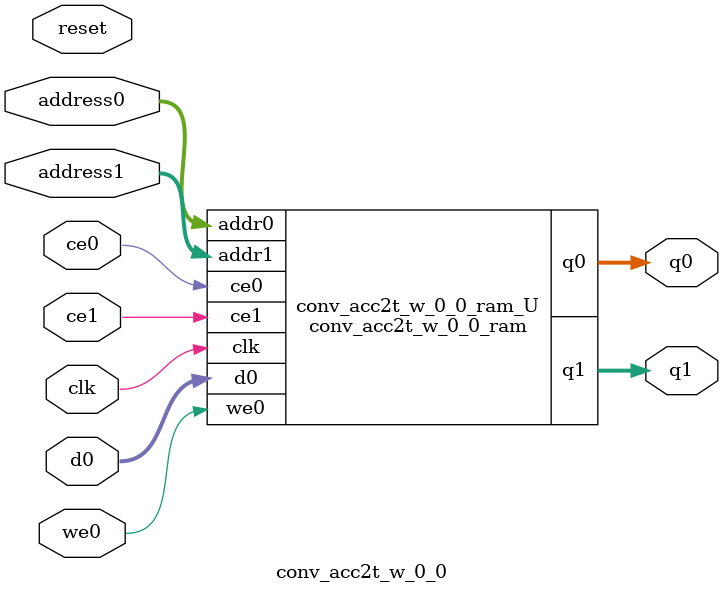
<source format=v>
`timescale 1 ns / 1 ps
module conv_acc2t_w_0_0_ram (addr0, ce0, d0, we0, q0, addr1, ce1, q1,  clk);

parameter DWIDTH = 32;
parameter AWIDTH = 8;
parameter MEM_SIZE = 196;

input[AWIDTH-1:0] addr0;
input ce0;
input[DWIDTH-1:0] d0;
input we0;
output reg[DWIDTH-1:0] q0;
input[AWIDTH-1:0] addr1;
input ce1;
output reg[DWIDTH-1:0] q1;
input clk;

reg [DWIDTH-1:0] ram[0:MEM_SIZE-1];




always @(posedge clk)  
begin 
    if (ce0) begin
        if (we0) 
            ram[addr0] <= d0; 
        q0 <= ram[addr0];
    end
end


always @(posedge clk)  
begin 
    if (ce1) begin
        q1 <= ram[addr1];
    end
end


endmodule

`timescale 1 ns / 1 ps
module conv_acc2t_w_0_0(
    reset,
    clk,
    address0,
    ce0,
    we0,
    d0,
    q0,
    address1,
    ce1,
    q1);

parameter DataWidth = 32'd32;
parameter AddressRange = 32'd196;
parameter AddressWidth = 32'd8;
input reset;
input clk;
input[AddressWidth - 1:0] address0;
input ce0;
input we0;
input[DataWidth - 1:0] d0;
output[DataWidth - 1:0] q0;
input[AddressWidth - 1:0] address1;
input ce1;
output[DataWidth - 1:0] q1;



conv_acc2t_w_0_0_ram conv_acc2t_w_0_0_ram_U(
    .clk( clk ),
    .addr0( address0 ),
    .ce0( ce0 ),
    .we0( we0 ),
    .d0( d0 ),
    .q0( q0 ),
    .addr1( address1 ),
    .ce1( ce1 ),
    .q1( q1 ));

endmodule


</source>
